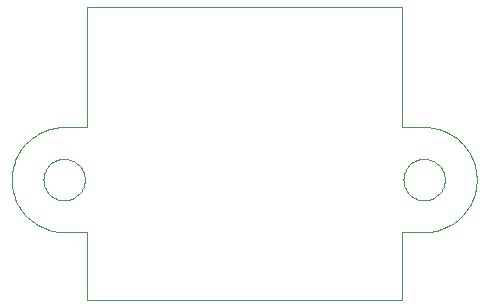
<source format=gbo>
G75*
G70*
%OFA0B0*%
%FSLAX24Y24*%
%IPPOS*%
%LPD*%
%AMOC8*
5,1,8,0,0,1.08239X$1,22.5*
%
%ADD10C,0.0000*%
D10*
X002600Y000100D02*
X002600Y002350D01*
X001850Y002350D01*
X001161Y004100D02*
X001163Y004152D01*
X001169Y004204D01*
X001179Y004255D01*
X001192Y004305D01*
X001210Y004355D01*
X001231Y004402D01*
X001255Y004448D01*
X001284Y004492D01*
X001315Y004534D01*
X001349Y004573D01*
X001386Y004610D01*
X001426Y004643D01*
X001469Y004674D01*
X001513Y004701D01*
X001559Y004725D01*
X001608Y004745D01*
X001657Y004761D01*
X001708Y004774D01*
X001759Y004783D01*
X001811Y004788D01*
X001863Y004789D01*
X001915Y004786D01*
X001967Y004779D01*
X002018Y004768D01*
X002068Y004754D01*
X002117Y004735D01*
X002164Y004713D01*
X002209Y004688D01*
X002253Y004659D01*
X002294Y004627D01*
X002333Y004592D01*
X002368Y004554D01*
X002401Y004513D01*
X002431Y004471D01*
X002457Y004426D01*
X002480Y004379D01*
X002499Y004330D01*
X002515Y004280D01*
X002527Y004230D01*
X002535Y004178D01*
X002539Y004126D01*
X002539Y004074D01*
X002535Y004022D01*
X002527Y003970D01*
X002515Y003920D01*
X002499Y003870D01*
X002480Y003821D01*
X002457Y003774D01*
X002431Y003729D01*
X002401Y003687D01*
X002368Y003646D01*
X002333Y003608D01*
X002294Y003573D01*
X002253Y003541D01*
X002209Y003512D01*
X002164Y003487D01*
X002117Y003465D01*
X002068Y003446D01*
X002018Y003432D01*
X001967Y003421D01*
X001915Y003414D01*
X001863Y003411D01*
X001811Y003412D01*
X001759Y003417D01*
X001708Y003426D01*
X001657Y003439D01*
X001608Y003455D01*
X001559Y003475D01*
X001513Y003499D01*
X001469Y003526D01*
X001426Y003557D01*
X001386Y003590D01*
X001349Y003627D01*
X001315Y003666D01*
X001284Y003708D01*
X001255Y003752D01*
X001231Y003798D01*
X001210Y003845D01*
X001192Y003895D01*
X001179Y003945D01*
X001169Y003996D01*
X001163Y004048D01*
X001161Y004100D01*
X000100Y004100D02*
X000102Y004017D01*
X000108Y003934D01*
X000118Y003851D01*
X000132Y003769D01*
X000149Y003687D01*
X000171Y003607D01*
X000196Y003528D01*
X000225Y003450D01*
X000258Y003373D01*
X000295Y003298D01*
X000334Y003225D01*
X000378Y003154D01*
X000424Y003085D01*
X000474Y003018D01*
X000527Y002954D01*
X000583Y002892D01*
X000642Y002833D01*
X000704Y002777D01*
X000768Y002724D01*
X000835Y002674D01*
X000904Y002628D01*
X000975Y002584D01*
X001048Y002545D01*
X001123Y002508D01*
X001200Y002475D01*
X001278Y002446D01*
X001357Y002421D01*
X001437Y002399D01*
X001519Y002382D01*
X001601Y002368D01*
X001684Y002358D01*
X001767Y002352D01*
X001850Y002350D01*
X000100Y004100D02*
X000102Y004183D01*
X000108Y004266D01*
X000118Y004349D01*
X000132Y004431D01*
X000149Y004513D01*
X000171Y004593D01*
X000196Y004672D01*
X000225Y004750D01*
X000258Y004827D01*
X000295Y004902D01*
X000334Y004975D01*
X000378Y005046D01*
X000424Y005115D01*
X000474Y005182D01*
X000527Y005246D01*
X000583Y005308D01*
X000642Y005367D01*
X000704Y005423D01*
X000768Y005476D01*
X000835Y005526D01*
X000904Y005572D01*
X000975Y005616D01*
X001048Y005655D01*
X001123Y005692D01*
X001200Y005725D01*
X001278Y005754D01*
X001357Y005779D01*
X001437Y005801D01*
X001519Y005818D01*
X001601Y005832D01*
X001684Y005842D01*
X001767Y005848D01*
X001850Y005850D01*
X002600Y005850D01*
X002600Y009850D01*
X013100Y009850D01*
X013100Y005850D01*
X013850Y005850D01*
X013161Y004100D02*
X013163Y004152D01*
X013169Y004204D01*
X013179Y004255D01*
X013192Y004305D01*
X013210Y004355D01*
X013231Y004402D01*
X013255Y004448D01*
X013284Y004492D01*
X013315Y004534D01*
X013349Y004573D01*
X013386Y004610D01*
X013426Y004643D01*
X013469Y004674D01*
X013513Y004701D01*
X013559Y004725D01*
X013608Y004745D01*
X013657Y004761D01*
X013708Y004774D01*
X013759Y004783D01*
X013811Y004788D01*
X013863Y004789D01*
X013915Y004786D01*
X013967Y004779D01*
X014018Y004768D01*
X014068Y004754D01*
X014117Y004735D01*
X014164Y004713D01*
X014209Y004688D01*
X014253Y004659D01*
X014294Y004627D01*
X014333Y004592D01*
X014368Y004554D01*
X014401Y004513D01*
X014431Y004471D01*
X014457Y004426D01*
X014480Y004379D01*
X014499Y004330D01*
X014515Y004280D01*
X014527Y004230D01*
X014535Y004178D01*
X014539Y004126D01*
X014539Y004074D01*
X014535Y004022D01*
X014527Y003970D01*
X014515Y003920D01*
X014499Y003870D01*
X014480Y003821D01*
X014457Y003774D01*
X014431Y003729D01*
X014401Y003687D01*
X014368Y003646D01*
X014333Y003608D01*
X014294Y003573D01*
X014253Y003541D01*
X014209Y003512D01*
X014164Y003487D01*
X014117Y003465D01*
X014068Y003446D01*
X014018Y003432D01*
X013967Y003421D01*
X013915Y003414D01*
X013863Y003411D01*
X013811Y003412D01*
X013759Y003417D01*
X013708Y003426D01*
X013657Y003439D01*
X013608Y003455D01*
X013559Y003475D01*
X013513Y003499D01*
X013469Y003526D01*
X013426Y003557D01*
X013386Y003590D01*
X013349Y003627D01*
X013315Y003666D01*
X013284Y003708D01*
X013255Y003752D01*
X013231Y003798D01*
X013210Y003845D01*
X013192Y003895D01*
X013179Y003945D01*
X013169Y003996D01*
X013163Y004048D01*
X013161Y004100D01*
X013850Y005850D02*
X013933Y005848D01*
X014016Y005842D01*
X014099Y005832D01*
X014181Y005818D01*
X014263Y005801D01*
X014343Y005779D01*
X014422Y005754D01*
X014500Y005725D01*
X014577Y005692D01*
X014652Y005655D01*
X014725Y005616D01*
X014796Y005572D01*
X014865Y005526D01*
X014932Y005476D01*
X014996Y005423D01*
X015058Y005367D01*
X015117Y005308D01*
X015173Y005246D01*
X015226Y005182D01*
X015276Y005115D01*
X015322Y005046D01*
X015366Y004975D01*
X015405Y004902D01*
X015442Y004827D01*
X015475Y004750D01*
X015504Y004672D01*
X015529Y004593D01*
X015551Y004513D01*
X015568Y004431D01*
X015582Y004349D01*
X015592Y004266D01*
X015598Y004183D01*
X015600Y004100D01*
X015598Y004017D01*
X015592Y003934D01*
X015582Y003851D01*
X015568Y003769D01*
X015551Y003687D01*
X015529Y003607D01*
X015504Y003528D01*
X015475Y003450D01*
X015442Y003373D01*
X015405Y003298D01*
X015366Y003225D01*
X015322Y003154D01*
X015276Y003085D01*
X015226Y003018D01*
X015173Y002954D01*
X015117Y002892D01*
X015058Y002833D01*
X014996Y002777D01*
X014932Y002724D01*
X014865Y002674D01*
X014796Y002628D01*
X014725Y002584D01*
X014652Y002545D01*
X014577Y002508D01*
X014500Y002475D01*
X014422Y002446D01*
X014343Y002421D01*
X014263Y002399D01*
X014181Y002382D01*
X014099Y002368D01*
X014016Y002358D01*
X013933Y002352D01*
X013850Y002350D01*
X013100Y002350D01*
X013100Y000100D01*
X002600Y000100D01*
M02*

</source>
